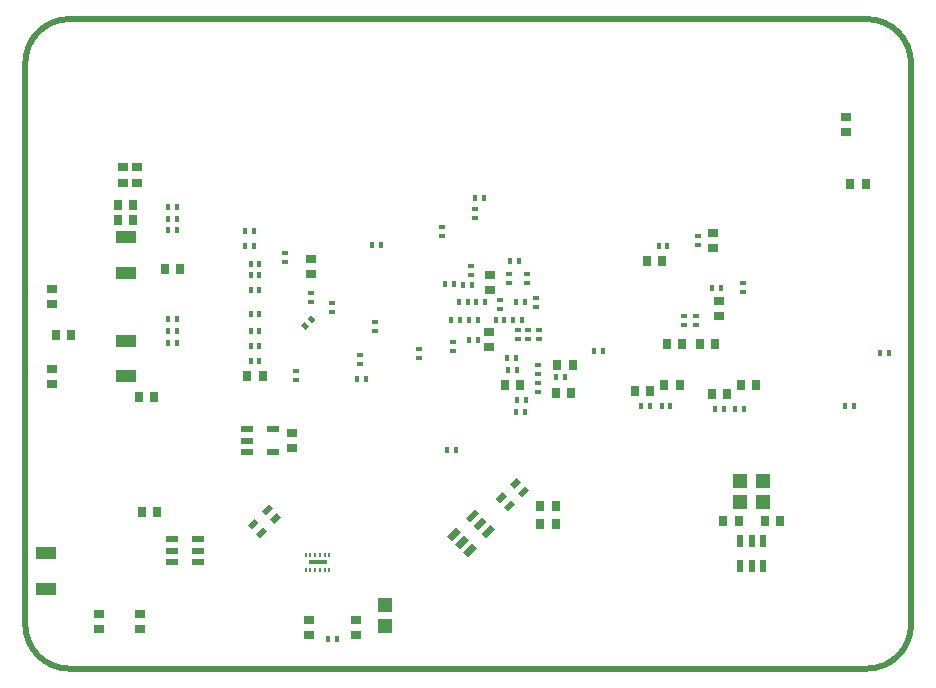
<source format=gbr>
%TF.GenerationSoftware,KiCad,Pcbnew,(5.1.10-1-10_14)*%
%TF.CreationDate,2021-07-27T15:44:47+02:00*%
%TF.ProjectId,EX-PCB-10108-001,45582d50-4342-42d3-9130-3130382d3030,A*%
%TF.SameCoordinates,Original*%
%TF.FileFunction,Paste,Bot*%
%TF.FilePolarity,Positive*%
%FSLAX46Y46*%
G04 Gerber Fmt 4.6, Leading zero omitted, Abs format (unit mm)*
G04 Created by KiCad (PCBNEW (5.1.10-1-10_14)) date 2021-07-27 15:44:47*
%MOMM*%
%LPD*%
G01*
G04 APERTURE LIST*
%TA.AperFunction,Profile*%
%ADD10C,0.500000*%
%TD*%
%ADD11R,0.510000X0.450000*%
%ADD12R,0.450000X0.510000*%
%ADD13R,0.710000X0.810000*%
%ADD14R,0.810000X0.710000*%
%ADD15R,0.180000X0.405000*%
%ADD16R,1.620000X0.360000*%
%ADD17R,1.250000X1.150000*%
%ADD18R,1.800000X1.070000*%
%ADD19R,0.550000X1.060000*%
%ADD20R,1.060000X0.550000*%
%ADD21C,0.100000*%
%ADD22R,1.060000X0.500000*%
G04 APERTURE END LIST*
D10*
X117700000Y-81500000D02*
G75*
G02*
X121450000Y-85250000I0J-3750000D01*
G01*
X46450000Y-85250000D02*
G75*
G02*
X50200000Y-81500000I3750000J0D01*
G01*
X50200000Y-136500000D02*
G75*
G02*
X46450000Y-132750000I0J3750000D01*
G01*
X121450000Y-132750000D02*
G75*
G02*
X117700000Y-136500000I-3750000J0D01*
G01*
X46450000Y-85250000D02*
X46450000Y-132750000D01*
X117700000Y-136500000D02*
X50200000Y-136500000D01*
X117700000Y-81500000D02*
X50200000Y-81500000D01*
X121450000Y-85250000D02*
X121450000Y-132750000D01*
D11*
X103450000Y-99875000D03*
X103450000Y-100625000D03*
X102200000Y-106625000D03*
X102200000Y-107375000D03*
D12*
X104575000Y-104250000D03*
X105325000Y-104250000D03*
D11*
X103200000Y-106625000D03*
X103200000Y-107375000D03*
D12*
X119575000Y-109750000D03*
X118825000Y-109750000D03*
X116575000Y-114250000D03*
X115825000Y-114250000D03*
D13*
X100345000Y-102000000D03*
X99055000Y-102000000D03*
D12*
X100075000Y-100750000D03*
X100825000Y-100750000D03*
D14*
X104700000Y-100895000D03*
X104700000Y-99605000D03*
D13*
X102095000Y-109000000D03*
X100805000Y-109000000D03*
D14*
X105200000Y-105355000D03*
X105200000Y-106645000D03*
D13*
X103555000Y-109000000D03*
X104845000Y-109000000D03*
D12*
X88075000Y-113750000D03*
X88825000Y-113750000D03*
X88025000Y-114750000D03*
X88775000Y-114750000D03*
X87325000Y-111250000D03*
X88075000Y-111250000D03*
D11*
X89700000Y-105875000D03*
X89700000Y-105125000D03*
X107200000Y-103875000D03*
X107200000Y-104625000D03*
D15*
X71000000Y-128125000D03*
X71400000Y-128125000D03*
X71800000Y-128125000D03*
X72200000Y-128125000D03*
X70200000Y-128125000D03*
X70600000Y-128125000D03*
X71800000Y-126875000D03*
X72200000Y-126875000D03*
X71000000Y-126875000D03*
X71400000Y-126875000D03*
X70600000Y-126875000D03*
X70200000Y-126875000D03*
D16*
X71200000Y-127500000D03*
D14*
X56200000Y-133145000D03*
X56200000Y-131855000D03*
X52700000Y-133145000D03*
X52700000Y-131855000D03*
X115950000Y-91045000D03*
X115950000Y-89755000D03*
D13*
X116305000Y-95500000D03*
X117595000Y-95500000D03*
D12*
X100325000Y-114250000D03*
X101075000Y-114250000D03*
X98575000Y-114250000D03*
X99325000Y-114250000D03*
X106575000Y-114500000D03*
X107325000Y-114500000D03*
X104825000Y-114500000D03*
X105575000Y-114500000D03*
D17*
X106950000Y-122375000D03*
X106950000Y-120625000D03*
X108950000Y-122375000D03*
X108950000Y-120625000D03*
X76950000Y-131125000D03*
X76950000Y-132875000D03*
D18*
X54950000Y-111755000D03*
X54950000Y-108745000D03*
X54950000Y-103005000D03*
X54950000Y-99995000D03*
D13*
X56305000Y-123250000D03*
X57595000Y-123250000D03*
X106845000Y-124000000D03*
X105555000Y-124000000D03*
X109055000Y-124000000D03*
X110345000Y-124000000D03*
X88345000Y-112500000D03*
X87055000Y-112500000D03*
X101845000Y-112500000D03*
X100555000Y-112500000D03*
X104555000Y-113250000D03*
X105845000Y-113250000D03*
D14*
X74450000Y-132355000D03*
X74450000Y-133645000D03*
X70450000Y-132355000D03*
X70450000Y-133645000D03*
D12*
X72075000Y-134000000D03*
X72825000Y-134000000D03*
D13*
X108345000Y-112500000D03*
X107055000Y-112500000D03*
X56055000Y-113500000D03*
X57345000Y-113500000D03*
X49055000Y-108250000D03*
X50345000Y-108250000D03*
X90055000Y-122750000D03*
X91345000Y-122750000D03*
X90055000Y-124250000D03*
X91345000Y-124250000D03*
D14*
X48700000Y-111105000D03*
X48700000Y-112395000D03*
D13*
X98055000Y-113000000D03*
X99345000Y-113000000D03*
D14*
X48700000Y-105645000D03*
X48700000Y-104355000D03*
D19*
X108900000Y-127850000D03*
X107950000Y-127850000D03*
X107000000Y-127850000D03*
X107000000Y-125650000D03*
X108900000Y-125650000D03*
X107950000Y-125650000D03*
D20*
X61050000Y-125550000D03*
X61050000Y-126500000D03*
X61050000Y-127450000D03*
X58850000Y-127450000D03*
X58850000Y-125550000D03*
X58850000Y-126500000D03*
D21*
G36*
X83913622Y-127018790D02*
G01*
X83524713Y-126629881D01*
X84274246Y-125880348D01*
X84663155Y-126269257D01*
X83913622Y-127018790D01*
G37*
G36*
X83241871Y-126347038D02*
G01*
X82852962Y-125958129D01*
X83602495Y-125208596D01*
X83991404Y-125597505D01*
X83241871Y-126347038D01*
G37*
G36*
X82570119Y-125675287D02*
G01*
X82181210Y-125286378D01*
X82930743Y-124536845D01*
X83319652Y-124925754D01*
X82570119Y-125675287D01*
G37*
G36*
X84125754Y-124119652D02*
G01*
X83736845Y-123730743D01*
X84486378Y-122981210D01*
X84875287Y-123370119D01*
X84125754Y-124119652D01*
G37*
G36*
X85469257Y-125463155D02*
G01*
X85080348Y-125074246D01*
X85829881Y-124324713D01*
X86218790Y-124713622D01*
X85469257Y-125463155D01*
G37*
G36*
X84797505Y-124791404D02*
G01*
X84408596Y-124402495D01*
X85158129Y-123652962D01*
X85547038Y-124041871D01*
X84797505Y-124791404D01*
G37*
G36*
X67760660Y-123292894D02*
G01*
X68114213Y-123646447D01*
X67548528Y-124212132D01*
X67194975Y-123858579D01*
X67760660Y-123292894D01*
G37*
G36*
X66558579Y-124494975D02*
G01*
X66912132Y-124848528D01*
X66346447Y-125414213D01*
X65992894Y-125060660D01*
X66558579Y-124494975D01*
G37*
G36*
X65851472Y-123787868D02*
G01*
X66205025Y-124141421D01*
X65639340Y-124707106D01*
X65285787Y-124353553D01*
X65851472Y-123787868D01*
G37*
G36*
X67053553Y-122585787D02*
G01*
X67407106Y-122939340D01*
X66841421Y-123505025D01*
X66487868Y-123151472D01*
X67053553Y-122585787D01*
G37*
D18*
X48200000Y-129755000D03*
X48200000Y-126745000D03*
D21*
G36*
X88760660Y-121042894D02*
G01*
X89114213Y-121396447D01*
X88548528Y-121962132D01*
X88194975Y-121608579D01*
X88760660Y-121042894D01*
G37*
G36*
X87558579Y-122244975D02*
G01*
X87912132Y-122598528D01*
X87346447Y-123164213D01*
X86992894Y-122810660D01*
X87558579Y-122244975D01*
G37*
G36*
X86851472Y-121537868D02*
G01*
X87205025Y-121891421D01*
X86639340Y-122457106D01*
X86285787Y-122103553D01*
X86851472Y-121537868D01*
G37*
G36*
X88053553Y-120335787D02*
G01*
X88407106Y-120689340D01*
X87841421Y-121255025D01*
X87487868Y-120901472D01*
X88053553Y-120335787D01*
G37*
D12*
X95350000Y-109600000D03*
X94600000Y-109600000D03*
D11*
X84500000Y-98325000D03*
X84500000Y-97575000D03*
D12*
X84525000Y-96650000D03*
X85275000Y-96650000D03*
D11*
X81700000Y-99125000D03*
X81700000Y-99875000D03*
D12*
X59275000Y-106900000D03*
X58525000Y-106900000D03*
X59275000Y-98400000D03*
X58525000Y-98400000D03*
X58525000Y-99400000D03*
X59275000Y-99400000D03*
X58525000Y-107900000D03*
X59275000Y-107900000D03*
X58525000Y-97400000D03*
X59275000Y-97400000D03*
D13*
X55595000Y-97250000D03*
X54305000Y-97250000D03*
D14*
X69050000Y-117845000D03*
X69050000Y-116555000D03*
D22*
X67400000Y-118150000D03*
X67400000Y-116250000D03*
X65200000Y-116250000D03*
X65200000Y-117200000D03*
X65200000Y-118150000D03*
D12*
X82175000Y-117950000D03*
X82925000Y-117950000D03*
D13*
X55595000Y-98500000D03*
X54305000Y-98500000D03*
D12*
X58525000Y-108900000D03*
X59275000Y-108900000D03*
D13*
X91355000Y-113150000D03*
X92645000Y-113150000D03*
X91505000Y-110750000D03*
X92795000Y-110750000D03*
X58255000Y-102650000D03*
X59545000Y-102650000D03*
D11*
X84200000Y-103175000D03*
X84200000Y-102425000D03*
D12*
X65525000Y-103200000D03*
X66275000Y-103200000D03*
X65525000Y-104450000D03*
X66275000Y-104450000D03*
D11*
X70650000Y-105447599D03*
X70650000Y-104697599D03*
X79750000Y-109475000D03*
X79750000Y-110225000D03*
D14*
X54725000Y-95345000D03*
X54725000Y-94055000D03*
X55925000Y-95345000D03*
X55925000Y-94055000D03*
D12*
X87525000Y-101950000D03*
X88275000Y-101950000D03*
D11*
X89000000Y-107800000D03*
X89000000Y-108550000D03*
D12*
X82775000Y-103950000D03*
X82025000Y-103950000D03*
X65525000Y-102200000D03*
X66275000Y-102200000D03*
X65525000Y-106450000D03*
X66275000Y-106450000D03*
X65525000Y-107950000D03*
X66275000Y-107950000D03*
X65525000Y-110450000D03*
X66275000Y-110450000D03*
D11*
X69400000Y-111325000D03*
X69400000Y-112075000D03*
D21*
G36*
X70113622Y-107125754D02*
G01*
X70474246Y-107486378D01*
X70156048Y-107804576D01*
X69795424Y-107443952D01*
X70113622Y-107125754D01*
G37*
G36*
X70643952Y-106595424D02*
G01*
X71004576Y-106956048D01*
X70686378Y-107274246D01*
X70325754Y-106913622D01*
X70643952Y-106595424D01*
G37*
D12*
X75275000Y-111950000D03*
X74525000Y-111950000D03*
D11*
X74800000Y-109975000D03*
X74800000Y-110725000D03*
D12*
X76575000Y-100650000D03*
X75825000Y-100650000D03*
D11*
X68400000Y-101325000D03*
X68400000Y-102075000D03*
X72400000Y-105575000D03*
X72400000Y-106325000D03*
X76050000Y-107925000D03*
X76050000Y-107175000D03*
D12*
X65525000Y-109200000D03*
X66275000Y-109200000D03*
D14*
X70650000Y-103095000D03*
X70650000Y-101805000D03*
D12*
X83925000Y-105450000D03*
X83175000Y-105450000D03*
X83275000Y-106950000D03*
X82525000Y-106950000D03*
X84275000Y-104050000D03*
X83525000Y-104050000D03*
D11*
X82650000Y-108825000D03*
X82650000Y-109575000D03*
D12*
X65025000Y-100700000D03*
X65775000Y-100700000D03*
X65025000Y-99450000D03*
X65775000Y-99450000D03*
X84775000Y-108700000D03*
X84025000Y-108700000D03*
D14*
X85800000Y-104420000D03*
X85800000Y-103130000D03*
D11*
X88900000Y-103075000D03*
X88900000Y-103825000D03*
X87400000Y-103075000D03*
X87400000Y-103825000D03*
D12*
X92175000Y-111800000D03*
X91425000Y-111800000D03*
D14*
X85750000Y-107955000D03*
X85750000Y-109245000D03*
D12*
X85375000Y-105450000D03*
X84625000Y-105450000D03*
D11*
X89900000Y-111575000D03*
X89900000Y-110825000D03*
D12*
X88525000Y-106950000D03*
X87775000Y-106950000D03*
D11*
X88150000Y-107825000D03*
X88150000Y-108575000D03*
D12*
X84025000Y-106950000D03*
X84775000Y-106950000D03*
D11*
X89900000Y-113075000D03*
X89900000Y-112325000D03*
D12*
X86275000Y-106950000D03*
X87025000Y-106950000D03*
D11*
X86650000Y-106075000D03*
X86650000Y-105325000D03*
X89950000Y-107800000D03*
X89950000Y-108550000D03*
D12*
X88775000Y-105450000D03*
X88025000Y-105450000D03*
X87275000Y-110200000D03*
X88025000Y-110200000D03*
D13*
X66545000Y-111700000D03*
X65255000Y-111700000D03*
M02*

</source>
